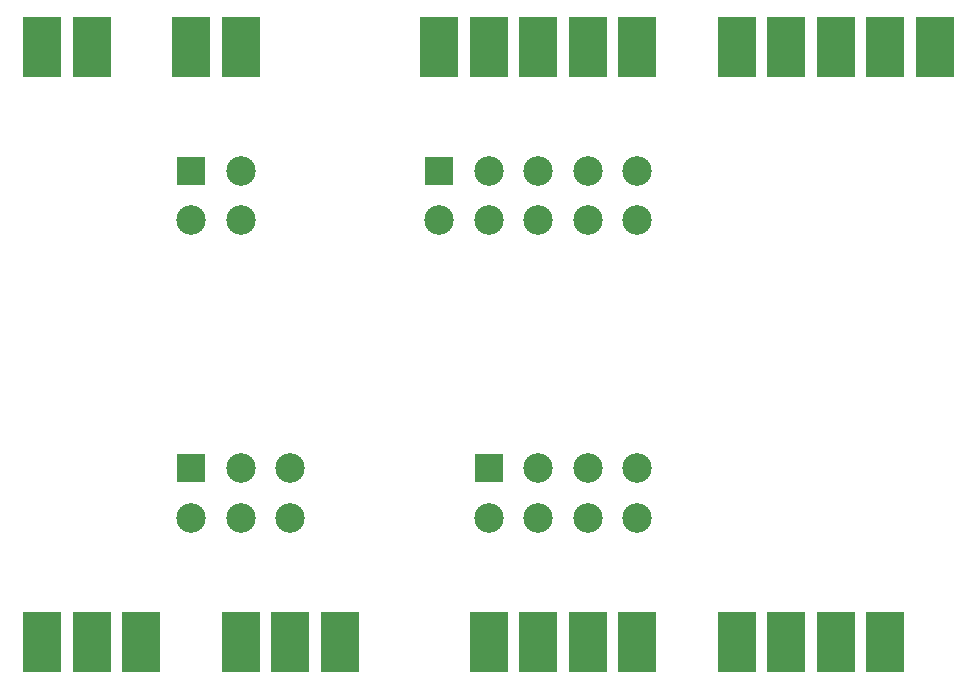
<source format=gbs>
G04*
G04 #@! TF.GenerationSoftware,Altium Limited,Altium Designer,18.1.7 (191)*
G04*
G04 Layer_Color=16711935*
%FSLAX44Y44*%
%MOMM*%
G71*
G01*
G75*
%ADD11C,2.5032*%
%ADD12R,2.4301X2.4301*%
%ADD17R,3.2032X5.2032*%
D11*
X1512000Y1470000D02*
D03*
X1470000D02*
D03*
X1428000D02*
D03*
X1512000Y1512000D02*
D03*
X1470000D02*
D03*
X1470000Y1722000D02*
D03*
X1428000D02*
D03*
X1470000Y1764000D02*
D03*
X1806000Y1722000D02*
D03*
X1764000D02*
D03*
X1680000Y1764000D02*
D03*
X1722000D02*
D03*
X1764000D02*
D03*
X1806000D02*
D03*
X1638000Y1722000D02*
D03*
X1680000D02*
D03*
X1722000D02*
D03*
Y1512000D02*
D03*
X1764000D02*
D03*
X1806000D02*
D03*
X1680000Y1470000D02*
D03*
X1722000D02*
D03*
X1764000D02*
D03*
X1806000D02*
D03*
D12*
X1428000Y1512000D02*
D03*
X1428000Y1764000D02*
D03*
X1638000D02*
D03*
X1680000Y1512000D02*
D03*
D17*
X1302000Y1365000D02*
D03*
X1344000D02*
D03*
X1386000D02*
D03*
X1470000D02*
D03*
X1512000D02*
D03*
X1554000D02*
D03*
X1302000Y1869000D02*
D03*
X1344000D02*
D03*
X1428000D02*
D03*
X1470000D02*
D03*
X2016000Y1365000D02*
D03*
X1974000D02*
D03*
X1932000D02*
D03*
X1890000D02*
D03*
X1806000D02*
D03*
X1764000D02*
D03*
X1722000D02*
D03*
X1680000D02*
D03*
X2058000Y1869000D02*
D03*
X2016000D02*
D03*
X1974000D02*
D03*
X1932000D02*
D03*
X1890000D02*
D03*
X1806000D02*
D03*
X1764000D02*
D03*
X1722000D02*
D03*
X1680000D02*
D03*
X1638000D02*
D03*
M02*

</source>
